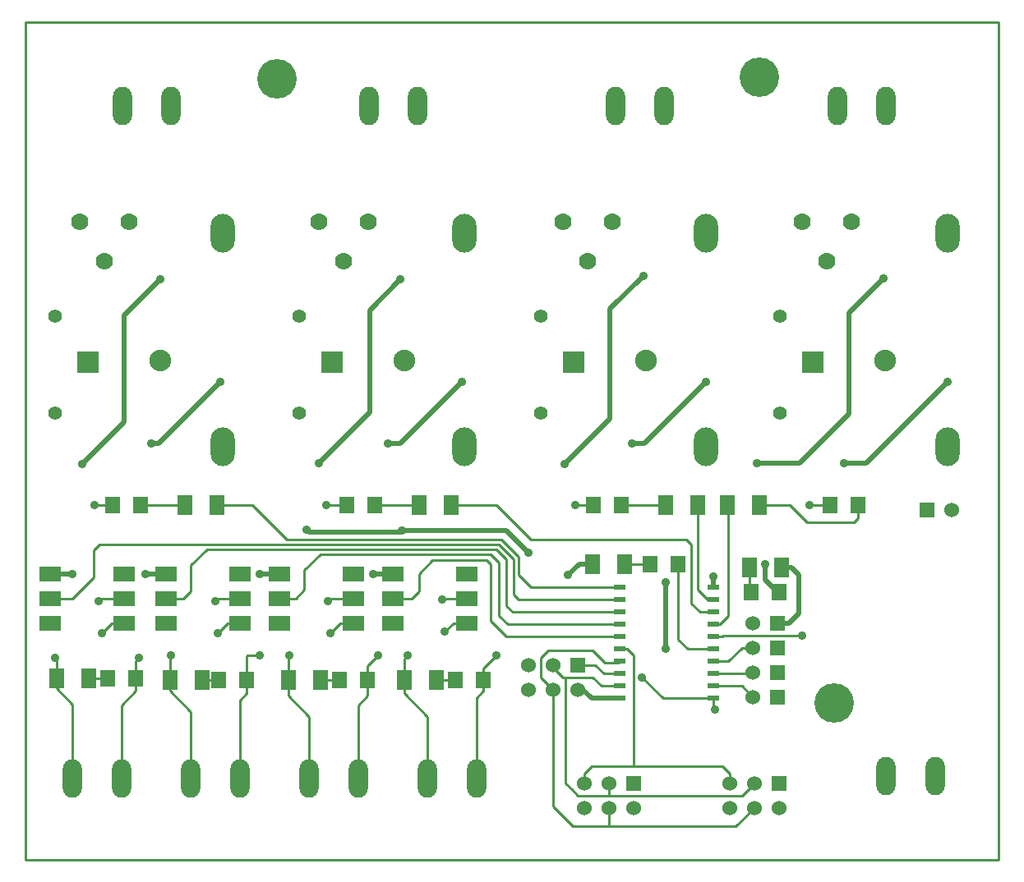
<source format=gtl>
G04 (created by PCBNEW (2011-nov-30)-testing) date jeu. 18 oct. 2012 20:37:39 CEST*
%MOIN*%
G04 Gerber Fmt 3.4, Leading zero omitted, Abs format*
%FSLAX34Y34*%
G01*
G70*
G90*
G04 APERTURE LIST*
%ADD10C,0.006*%
%ADD11C,0.01*%
%ADD12R,0.05X0.02*%
%ADD13R,0.06X0.08*%
%ADD14R,0.06X0.06*%
%ADD15C,0.06*%
%ADD16R,0.0629X0.0709*%
%ADD17C,0.055*%
%ADD18R,0.09X0.062*%
%ADD19R,0.0882X0.0882*%
%ADD20C,0.0882*%
%ADD21O,0.0984X0.1575*%
%ADD22C,0.07*%
%ADD23C,0.16*%
%ADD24O,0.078X0.156*%
%ADD25C,0.035*%
%ADD26C,0.02*%
G04 APERTURE END LIST*
G54D10*
G54D11*
X51100Y-61600D02*
X51100Y-61400D01*
X90550Y-61600D02*
X51100Y-61600D01*
X90550Y-27600D02*
X90550Y-61600D01*
X51100Y-27600D02*
X90550Y-27600D01*
X51100Y-61400D02*
X51100Y-27600D01*
G54D12*
X75200Y-50550D03*
X75200Y-51050D03*
X75200Y-51550D03*
X75200Y-52050D03*
X75200Y-52550D03*
X75200Y-53050D03*
X75200Y-53550D03*
X75200Y-54050D03*
X75200Y-54550D03*
X75200Y-55050D03*
X79000Y-55050D03*
X79000Y-54550D03*
X79000Y-54050D03*
X79000Y-53550D03*
X79000Y-53050D03*
X79000Y-52550D03*
X79000Y-52050D03*
X79000Y-51550D03*
X79000Y-51050D03*
X79000Y-50550D03*
G54D13*
X53650Y-54250D03*
X52350Y-54250D03*
X67050Y-47200D03*
X68350Y-47200D03*
X58250Y-54300D03*
X56950Y-54300D03*
X77050Y-47200D03*
X78350Y-47200D03*
X67750Y-54300D03*
X66450Y-54300D03*
X57550Y-47200D03*
X58850Y-47200D03*
X63050Y-54300D03*
X61750Y-54300D03*
X80850Y-47200D03*
X79550Y-47200D03*
X80450Y-49750D03*
X81750Y-49750D03*
G54D14*
X73500Y-53700D03*
G54D15*
X73500Y-54700D03*
X72500Y-53700D03*
X72500Y-54700D03*
X71500Y-53700D03*
X71500Y-54700D03*
G54D16*
X54641Y-47200D03*
X55759Y-47200D03*
X81659Y-50750D03*
X80541Y-50750D03*
X64141Y-47200D03*
X65259Y-47200D03*
X55559Y-54250D03*
X54441Y-54250D03*
X60059Y-54300D03*
X58941Y-54300D03*
X83741Y-47200D03*
X84859Y-47200D03*
X64959Y-54300D03*
X63841Y-54300D03*
X74141Y-47200D03*
X75259Y-47200D03*
X69659Y-54300D03*
X68541Y-54300D03*
G54D17*
X52300Y-43469D03*
X52300Y-39531D03*
X62200Y-43469D03*
X62200Y-39531D03*
X72000Y-43469D03*
X72000Y-39531D03*
X81700Y-43469D03*
X81700Y-39531D03*
G54D18*
X69000Y-52000D03*
X69000Y-51000D03*
X69000Y-50000D03*
X66000Y-50000D03*
X66000Y-51000D03*
X66000Y-52000D03*
X59800Y-52000D03*
X59800Y-51000D03*
X59800Y-50000D03*
X56800Y-50000D03*
X56800Y-51000D03*
X56800Y-52000D03*
X64400Y-52000D03*
X64400Y-51000D03*
X64400Y-50000D03*
X61400Y-50000D03*
X61400Y-51000D03*
X61400Y-52000D03*
X55100Y-52000D03*
X55100Y-51000D03*
X55100Y-50000D03*
X52100Y-50000D03*
X52100Y-51000D03*
X52100Y-52000D03*
G54D19*
X73324Y-41400D03*
G54D20*
X76276Y-41350D03*
G54D19*
X63524Y-41400D03*
G54D20*
X66476Y-41350D03*
G54D19*
X53624Y-41400D03*
G54D20*
X56576Y-41350D03*
G54D19*
X83024Y-41400D03*
G54D20*
X85976Y-41350D03*
G54D14*
X81650Y-58500D03*
G54D15*
X81650Y-59500D03*
X80650Y-58500D03*
X80650Y-59500D03*
X79650Y-58500D03*
X79650Y-59500D03*
G54D14*
X75750Y-58500D03*
G54D15*
X75750Y-59500D03*
X74750Y-58500D03*
X74750Y-59500D03*
X73750Y-58500D03*
X73750Y-59500D03*
G54D13*
X75400Y-49600D03*
X74100Y-49600D03*
G54D16*
X77559Y-49600D03*
X76441Y-49600D03*
G54D21*
X59100Y-36169D03*
X59100Y-44831D03*
X68900Y-36169D03*
X68900Y-44831D03*
X78700Y-36169D03*
X78700Y-44831D03*
X88500Y-36169D03*
X88500Y-44831D03*
G54D22*
X55300Y-35700D03*
X54300Y-37300D03*
X53300Y-35700D03*
X65000Y-35700D03*
X64000Y-37300D03*
X63000Y-35700D03*
X74900Y-35700D03*
X73900Y-37300D03*
X72900Y-35700D03*
X84600Y-35700D03*
X83600Y-37300D03*
X82600Y-35700D03*
G54D14*
X81600Y-55000D03*
G54D15*
X80600Y-55000D03*
G54D14*
X81600Y-54000D03*
G54D15*
X80600Y-54000D03*
G54D14*
X81600Y-52000D03*
G54D15*
X80600Y-52000D03*
G54D14*
X81600Y-53000D03*
G54D15*
X80600Y-53000D03*
G54D14*
X87650Y-47400D03*
G54D15*
X88650Y-47400D03*
G54D23*
X61300Y-29900D03*
X80850Y-29850D03*
X83900Y-55250D03*
G54D24*
X53010Y-58300D03*
X54980Y-58300D03*
X57810Y-58300D03*
X59780Y-58300D03*
X62610Y-58300D03*
X64580Y-58300D03*
X67410Y-58300D03*
X69380Y-58300D03*
X86010Y-58200D03*
X87980Y-58200D03*
X85990Y-31000D03*
X84020Y-31000D03*
X76990Y-31000D03*
X75020Y-31000D03*
X66990Y-31000D03*
X65020Y-31000D03*
X56990Y-31000D03*
X55020Y-31000D03*
G54D25*
X81100Y-49600D03*
X77050Y-53050D03*
X77050Y-50350D03*
X71500Y-49150D03*
X66350Y-48250D03*
X62500Y-48200D03*
X59000Y-42200D03*
X56200Y-44700D03*
X53400Y-45550D03*
X56550Y-38050D03*
X68800Y-42200D03*
X65800Y-44700D03*
X63000Y-45500D03*
X66300Y-38050D03*
X78700Y-42200D03*
X75700Y-44700D03*
X72950Y-45550D03*
X76150Y-37900D03*
X88500Y-42200D03*
X84300Y-45500D03*
X80750Y-45500D03*
X85900Y-38000D03*
X55700Y-53400D03*
X60600Y-53300D03*
X65400Y-53300D03*
X70200Y-53300D03*
X79050Y-55500D03*
X76100Y-54200D03*
X82600Y-52500D03*
X73100Y-50050D03*
X65200Y-50000D03*
X60600Y-50000D03*
X55950Y-50000D03*
X53000Y-50000D03*
X79000Y-50100D03*
X73400Y-47200D03*
X82900Y-47200D03*
X63300Y-47200D03*
X54200Y-52400D03*
X53900Y-47200D03*
X68100Y-52350D03*
X68000Y-51050D03*
X63450Y-52400D03*
X63350Y-51100D03*
X54050Y-51100D03*
X58900Y-52400D03*
X58800Y-51100D03*
X57000Y-53300D03*
X52300Y-53400D03*
X61800Y-53300D03*
X66600Y-53300D03*
G54D26*
X81659Y-50750D02*
X81600Y-50750D01*
X81100Y-50250D02*
X81600Y-50750D01*
X81100Y-50250D02*
X81100Y-49600D01*
X77050Y-50350D02*
X77050Y-53050D01*
X70600Y-48250D02*
X71500Y-49150D01*
X70600Y-48250D02*
X66350Y-48250D01*
X66350Y-48250D02*
X66400Y-48300D01*
X62500Y-48200D02*
X62600Y-48300D01*
X62600Y-48300D02*
X66400Y-48300D01*
X73500Y-54700D02*
X73700Y-54700D01*
X74050Y-55050D02*
X74200Y-55050D01*
X74200Y-55050D02*
X74300Y-55050D01*
X74300Y-55050D02*
X75200Y-55050D01*
X73700Y-54700D02*
X74050Y-55050D01*
G54D11*
X75750Y-57800D02*
X75750Y-53600D01*
X75750Y-53600D02*
X75750Y-53300D01*
X75500Y-53050D02*
X75750Y-53300D01*
X75500Y-53050D02*
X75200Y-53050D01*
X73750Y-58500D02*
X73750Y-58100D01*
X79650Y-58100D02*
X79650Y-58500D01*
X79350Y-57800D02*
X79650Y-58100D01*
X74050Y-57800D02*
X75750Y-57800D01*
X75750Y-57800D02*
X76000Y-57800D01*
X76000Y-57800D02*
X79350Y-57800D01*
X73750Y-58100D02*
X74050Y-57800D01*
X79000Y-54550D02*
X80150Y-54550D01*
X80150Y-54550D02*
X80600Y-55000D01*
X79000Y-54050D02*
X80550Y-54050D01*
X80550Y-54050D02*
X80600Y-54000D01*
X79000Y-53550D02*
X79600Y-53550D01*
X80150Y-53000D02*
X80600Y-53000D01*
X79600Y-53550D02*
X80150Y-53000D01*
X60300Y-47200D02*
X61600Y-48500D01*
X58850Y-47200D02*
X60300Y-47200D01*
X71600Y-50550D02*
X75200Y-50550D01*
X71102Y-50052D02*
X71600Y-50550D01*
X71102Y-49302D02*
X71102Y-50052D01*
X70394Y-48594D02*
X71102Y-49302D01*
X61700Y-48594D02*
X70394Y-48594D01*
X61606Y-48500D02*
X61700Y-48594D01*
X61600Y-48500D02*
X61606Y-48500D01*
X68350Y-47200D02*
X70200Y-47200D01*
X71600Y-48600D02*
X72800Y-48600D01*
X70200Y-47200D02*
X71600Y-48600D01*
X79000Y-51550D02*
X78450Y-51550D01*
X77900Y-48600D02*
X72800Y-48600D01*
X72800Y-48600D02*
X72700Y-48600D01*
X78100Y-48800D02*
X77900Y-48600D01*
X78100Y-51200D02*
X78100Y-48800D01*
X78450Y-51550D02*
X78100Y-51200D01*
X79000Y-51050D02*
X78750Y-51050D01*
X78350Y-50650D02*
X78350Y-47200D01*
X78750Y-51050D02*
X78350Y-50650D01*
X79000Y-52050D02*
X79250Y-52050D01*
X79600Y-47250D02*
X79550Y-47200D01*
X79600Y-51700D02*
X79600Y-47250D01*
X79250Y-52050D02*
X79600Y-51700D01*
G54D26*
X59000Y-42200D02*
X56500Y-44700D01*
X56500Y-44700D02*
X56200Y-44700D01*
X55100Y-43850D02*
X53400Y-45550D01*
X55100Y-39500D02*
X55100Y-43850D01*
X56550Y-38050D02*
X55100Y-39500D01*
X68800Y-42200D02*
X66300Y-44700D01*
X66300Y-44700D02*
X65800Y-44700D01*
X65050Y-43450D02*
X63000Y-45500D01*
X65050Y-39300D02*
X65050Y-43450D01*
X66300Y-38050D02*
X65050Y-39300D01*
X78700Y-42200D02*
X76200Y-44700D01*
X76200Y-44700D02*
X75700Y-44700D01*
X74800Y-43700D02*
X72950Y-45550D01*
X74800Y-39250D02*
X74800Y-43700D01*
X76150Y-37900D02*
X74800Y-39250D01*
X88500Y-42200D02*
X85200Y-45500D01*
X85200Y-45500D02*
X84300Y-45500D01*
X82500Y-45500D02*
X80750Y-45500D01*
X84500Y-43500D02*
X82500Y-45500D01*
X84500Y-39400D02*
X84500Y-43500D01*
X85900Y-38000D02*
X84500Y-39400D01*
G54D11*
X54104Y-48796D02*
X53850Y-49050D01*
X71100Y-51050D02*
X70900Y-50850D01*
X70900Y-50850D02*
X70900Y-49400D01*
X70900Y-49400D02*
X70296Y-48796D01*
X70296Y-48796D02*
X54104Y-48796D01*
X75200Y-51050D02*
X71100Y-51050D01*
X53000Y-51000D02*
X52100Y-51000D01*
X53850Y-50150D02*
X53000Y-51000D01*
X53850Y-49050D02*
X53850Y-50150D01*
X52700Y-51000D02*
X52100Y-51000D01*
X75200Y-51550D02*
X70850Y-51550D01*
X57500Y-51000D02*
X56800Y-51000D01*
X57800Y-50700D02*
X57500Y-51000D01*
X57800Y-49650D02*
X57800Y-50700D01*
X58452Y-48998D02*
X57800Y-49650D01*
X70198Y-48998D02*
X58452Y-48998D01*
X70600Y-49400D02*
X70198Y-48998D01*
X70600Y-51300D02*
X70600Y-49400D01*
X70850Y-51550D02*
X70600Y-51300D01*
X75200Y-52050D02*
X70650Y-52050D01*
X62050Y-51000D02*
X61400Y-51000D01*
X62400Y-50650D02*
X62050Y-51000D01*
X62400Y-49850D02*
X62400Y-50650D01*
X63050Y-49200D02*
X62400Y-49850D01*
X69950Y-49200D02*
X63050Y-49200D01*
X70300Y-49550D02*
X69950Y-49200D01*
X70300Y-51700D02*
X70300Y-49550D01*
X70650Y-52050D02*
X70300Y-51700D01*
X75200Y-52550D02*
X70600Y-52550D01*
X66750Y-51000D02*
X66000Y-51000D01*
X67050Y-50700D02*
X66750Y-51000D01*
X67050Y-50000D02*
X67050Y-50700D01*
X67600Y-49450D02*
X67050Y-50000D01*
X69800Y-49450D02*
X67600Y-49450D01*
X69950Y-49600D02*
X69800Y-49450D01*
X69950Y-51900D02*
X69950Y-49600D01*
X70600Y-52550D02*
X69950Y-51900D01*
X55559Y-53541D02*
X55559Y-54250D01*
X55700Y-53400D02*
X55559Y-53541D01*
X54980Y-58300D02*
X54980Y-55320D01*
X55559Y-54741D02*
X55559Y-54250D01*
X54980Y-55320D02*
X55559Y-54741D01*
X60059Y-53341D02*
X60059Y-54300D01*
X60100Y-53300D02*
X60059Y-53341D01*
X60600Y-53300D02*
X60100Y-53300D01*
X59780Y-58300D02*
X59780Y-55120D01*
X60059Y-54841D02*
X60059Y-54300D01*
X59780Y-55120D02*
X60059Y-54841D01*
X64959Y-53741D02*
X64959Y-54300D01*
X65400Y-53300D02*
X64959Y-53741D01*
X64580Y-58300D02*
X64580Y-55320D01*
X64959Y-54941D02*
X64959Y-54300D01*
X64580Y-55320D02*
X64959Y-54941D01*
X69659Y-53841D02*
X69659Y-54300D01*
X70200Y-53300D02*
X69659Y-53841D01*
X69380Y-58300D02*
X69380Y-55020D01*
X69659Y-54741D02*
X69659Y-54300D01*
X69380Y-55020D02*
X69659Y-54741D01*
X77559Y-49600D02*
X77559Y-52659D01*
X77950Y-53050D02*
X79000Y-53050D01*
X77559Y-52659D02*
X77950Y-53050D01*
X73500Y-53700D02*
X74200Y-53700D01*
X74550Y-54050D02*
X75200Y-54050D01*
X74200Y-53700D02*
X74550Y-54050D01*
X72500Y-54700D02*
X72500Y-59450D01*
X72750Y-59700D02*
X73300Y-60250D01*
X73300Y-60250D02*
X74750Y-60250D01*
X72500Y-59450D02*
X72750Y-59700D01*
X74750Y-60250D02*
X74750Y-59500D01*
X79900Y-60250D02*
X80650Y-59500D01*
X74750Y-60250D02*
X79900Y-60250D01*
X72500Y-54700D02*
X72000Y-54200D01*
X72000Y-54200D02*
X72000Y-53400D01*
X72000Y-53400D02*
X72300Y-53100D01*
X72300Y-53100D02*
X74100Y-53100D01*
X74100Y-53100D02*
X74600Y-53600D01*
X74600Y-53600D02*
X75150Y-53600D01*
X75150Y-53600D02*
X75200Y-53550D01*
X79000Y-55450D02*
X79000Y-55050D01*
X79050Y-55500D02*
X79000Y-55450D01*
X76950Y-55050D02*
X79000Y-55050D01*
X76100Y-54200D02*
X76950Y-55050D01*
X73000Y-54500D02*
X73000Y-58500D01*
X73500Y-59000D02*
X74250Y-59000D01*
X73250Y-58750D02*
X73500Y-59000D01*
X74750Y-59000D02*
X74250Y-59000D01*
X73000Y-54500D02*
X73000Y-54200D01*
X73000Y-58500D02*
X73250Y-58750D01*
X74750Y-59000D02*
X74750Y-58500D01*
X74750Y-59000D02*
X80150Y-59000D01*
X80150Y-59000D02*
X80650Y-58500D01*
X72500Y-53700D02*
X72500Y-53800D01*
X72900Y-54200D02*
X73000Y-54200D01*
X72500Y-53800D02*
X72900Y-54200D01*
X74450Y-54550D02*
X75200Y-54550D01*
X74100Y-54200D02*
X74450Y-54550D01*
X73000Y-54200D02*
X74100Y-54200D01*
X79400Y-52500D02*
X82600Y-52500D01*
X79350Y-52550D02*
X79400Y-52500D01*
X79350Y-52550D02*
X79000Y-52550D01*
G54D26*
X81750Y-49750D02*
X82150Y-49750D01*
X82050Y-52000D02*
X81600Y-52000D01*
X82450Y-51600D02*
X82050Y-52000D01*
X82450Y-50050D02*
X82450Y-51600D01*
X82150Y-49750D02*
X82450Y-50050D01*
X73550Y-49600D02*
X74100Y-49600D01*
X73100Y-50050D02*
X73550Y-49600D01*
X65200Y-50000D02*
X66000Y-50000D01*
X60600Y-50000D02*
X61400Y-50000D01*
X52100Y-50000D02*
X53000Y-50000D01*
X55950Y-50000D02*
X56800Y-50000D01*
X79000Y-50550D02*
X79000Y-50100D01*
G54D11*
X73400Y-47200D02*
X74141Y-47200D01*
X82900Y-47200D02*
X83741Y-47200D01*
X63300Y-47200D02*
X64141Y-47200D01*
X75400Y-49600D02*
X76441Y-49600D01*
X55100Y-52000D02*
X54600Y-52000D01*
X54600Y-52000D02*
X54200Y-52400D01*
X53900Y-47200D02*
X54641Y-47200D01*
X69000Y-52000D02*
X68450Y-52000D01*
X68450Y-52000D02*
X68100Y-52350D01*
X68050Y-51000D02*
X69000Y-51000D01*
X68000Y-51050D02*
X68050Y-51000D01*
X64400Y-52000D02*
X63850Y-52000D01*
X63850Y-52000D02*
X63450Y-52400D01*
X63450Y-51000D02*
X64400Y-51000D01*
X63350Y-51100D02*
X63450Y-51000D01*
X54050Y-51100D02*
X54150Y-51000D01*
X54150Y-51000D02*
X55100Y-51000D01*
X59800Y-52000D02*
X59300Y-52000D01*
X59300Y-52000D02*
X58900Y-52400D01*
X58900Y-51000D02*
X59800Y-51000D01*
X58800Y-51100D02*
X58900Y-51000D01*
X58250Y-54300D02*
X58941Y-54300D01*
X57810Y-58300D02*
X57810Y-55610D01*
X56950Y-54750D02*
X56950Y-54300D01*
X57810Y-55610D02*
X56950Y-54750D01*
X57000Y-53300D02*
X56950Y-53350D01*
X56950Y-53350D02*
X56950Y-54300D01*
X53650Y-54250D02*
X54441Y-54250D01*
X53010Y-58300D02*
X53010Y-55310D01*
X52350Y-54650D02*
X52350Y-54250D01*
X53010Y-55310D02*
X52350Y-54650D01*
X52300Y-53400D02*
X52350Y-53450D01*
X52350Y-53450D02*
X52350Y-54250D01*
X55759Y-47200D02*
X57550Y-47200D01*
X80450Y-49750D02*
X80450Y-50659D01*
X80450Y-50659D02*
X80541Y-50750D01*
X68541Y-54300D02*
X67750Y-54300D01*
X63050Y-54300D02*
X63841Y-54300D01*
X62610Y-58300D02*
X62610Y-55810D01*
X61750Y-54950D02*
X61750Y-54300D01*
X62610Y-55810D02*
X61750Y-54950D01*
X61800Y-53300D02*
X61750Y-53350D01*
X61750Y-53350D02*
X61750Y-54300D01*
X67410Y-58300D02*
X67410Y-55810D01*
X66450Y-54850D02*
X66450Y-54300D01*
X67410Y-55810D02*
X66450Y-54850D01*
X66600Y-53300D02*
X66450Y-53450D01*
X66450Y-53450D02*
X66450Y-54300D01*
X75259Y-47200D02*
X77050Y-47200D01*
X65259Y-47200D02*
X67050Y-47200D01*
X80850Y-47200D02*
X82100Y-47200D01*
X84859Y-47741D02*
X84859Y-47200D01*
X84700Y-47900D02*
X84859Y-47741D01*
X82800Y-47900D02*
X84700Y-47900D01*
X82100Y-47200D02*
X82800Y-47900D01*
M02*

</source>
